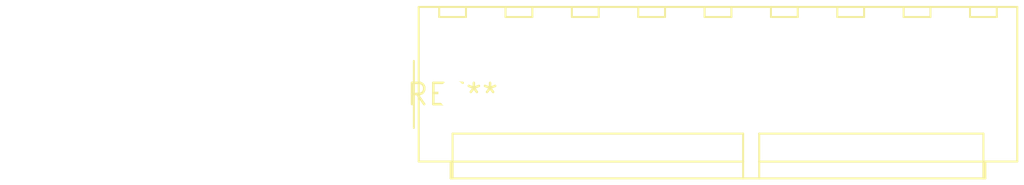
<source format=kicad_pcb>
(kicad_pcb (version 20240108) (generator pcbnew)
  (layers (0 "F.Cu" signal) (31 "B.Cu" signal) (34 "B.Paste" user) (35 "F.Paste" user) (36 "B.SilkS" user "B.Silkscreen") (37 "F.SilkS" user "F.Silkscreen") (38 "B.Mask" user) (39 "F.Mask" user) (44 "Edge.Cuts" user))
  (net 0 "")
  (footprint "Molex_KK-396_A-41791-0009_1x09_P3.96mm_Vertical" (layer "F.Cu") (at 0 0)
    (property "Reference" "REF**")
    (property "Value" "Molex_KK-396_A-41791-0009_1x09_P3.96mm_Vertical")
    (fp_line (start -2.31 -2) (end -2.31 2) (layer "F.SilkS") (stroke (width 0.12)))
    (fp_line (start -2.02 -5.22) (end 33.7 -5.22) (layer "F.SilkS") (stroke (width 0.12)))
    (fp_line (start -2.02 4.005) (end -2.02 -5.22) (layer "F.SilkS") (stroke (width 0.12)))
    (fp_line (start -0.8 -5.22) (end -0.8 -4.62) (layer "F.SilkS") (stroke (width 0.12)))
    (fp_line (start -0.8 -4.62) (end 0.8 -4.62) (layer "F.SilkS") (stroke (width 0.12)))
    (fp_line (start -0.115 4.005) (end -2.02 4.005) (layer "F.SilkS") (stroke (width 0.12)))
    (fp_line (start -0.115 5.01) (end -0.115 4.005) (layer "F.SilkS") (stroke (width 0.12)))
    (fp_line (start 0 2.34) (end 17.34 2.34) (layer "F.SilkS") (stroke (width 0.12)))
    (fp_line (start 0 4.01) (end 0 2.34) (layer "F.SilkS") (stroke (width 0.12)))
    (fp_line (start 0 4.01) (end 17.34 4.01) (layer "F.SilkS") (stroke (width 0.12)))
    (fp_line (start 0 5.01) (end 0 4.01) (layer "F.SilkS") (stroke (width 0.12)))
    (fp_line (start 0.8 -4.62) (end 0.8 -5.22) (layer "F.SilkS") (stroke (width 0.12)))
    (fp_line (start 3.16 -5.22) (end 3.16 -4.62) (layer "F.SilkS") (stroke (width 0.12)))
    (fp_line (start 3.16 -4.62) (end 4.76 -4.62) (layer "F.SilkS") (stroke (width 0.12)))
    (fp_line (start 4.76 -4.62) (end 4.76 -5.22) (layer "F.SilkS") (stroke (width 0.12)))
    (fp_line (start 7.12 -5.22) (end 7.12 -4.62) (layer "F.SilkS") (stroke (width 0.12)))
    (fp_line (start 7.12 -4.62) (end 8.72 -4.62) (layer "F.SilkS") (stroke (width 0.12)))
    (fp_line (start 8.72 -4.62) (end 8.72 -5.22) (layer "F.SilkS") (stroke (width 0.12)))
    (fp_line (start 11.08 -5.22) (end 11.08 -4.62) (layer "F.SilkS") (stroke (width 0.12)))
    (fp_line (start 11.08 -4.62) (end 12.68 -4.62) (layer "F.SilkS") (stroke (width 0.12)))
    (fp_line (start 12.68 -4.62) (end 12.68 -5.22) (layer "F.SilkS") (stroke (width 0.12)))
    (fp_line (start 15.04 -5.22) (end 15.04 -4.62) (layer "F.SilkS") (stroke (width 0.12)))
    (fp_line (start 15.04 -4.62) (end 16.64 -4.62) (layer "F.SilkS") (stroke (width 0.12)))
    (fp_line (start 16.64 -4.62) (end 16.64 -5.22) (layer "F.SilkS") (stroke (width 0.12)))
    (fp_line (start 17.34 2.34) (end 17.34 4.01) (layer "F.SilkS") (stroke (width 0.12)))
    (fp_line (start 17.34 4.01) (end 17.34 5.01) (layer "F.SilkS") (stroke (width 0.12)))
    (fp_line (start 18.3 2.34) (end 31.68 2.34) (layer "F.SilkS") (stroke (width 0.12)))
    (fp_line (start 18.3 4.01) (end 18.3 2.34) (layer "F.SilkS") (stroke (width 0.12)))
    (fp_line (start 18.3 4.01) (end 31.68 4.01) (layer "F.SilkS") (stroke (width 0.12)))
    (fp_line (start 18.3 5.01) (end 18.3 4.01) (layer "F.SilkS") (stroke (width 0.12)))
    (fp_line (start 19 -5.22) (end 19 -4.62) (layer "F.SilkS") (stroke (width 0.12)))
    (fp_line (start 19 -4.62) (end 20.6 -4.62) (layer "F.SilkS") (stroke (width 0.12)))
    (fp_line (start 20.6 -4.62) (end 20.6 -5.22) (layer "F.SilkS") (stroke (width 0.12)))
    (fp_line (start 22.96 -5.22) (end 22.96 -4.62) (layer "F.SilkS") (stroke (width 0.12)))
    (fp_line (start 22.96 -4.62) (end 24.56 -4.62) (layer "F.SilkS") (stroke (width 0.12)))
    (fp_line (start 24.56 -4.62) (end 24.56 -5.22) (layer "F.SilkS") (stroke (width 0.12)))
    (fp_line (start 26.92 -5.22) (end 26.92 -4.62) (layer "F.SilkS") (stroke (width 0.12)))
    (fp_line (start 26.92 -4.62) (end 28.52 -4.62) (layer "F.SilkS") (stroke (width 0.12)))
    (fp_line (start 28.52 -4.62) (end 28.52 -5.22) (layer "F.SilkS") (stroke (width 0.12)))
    (fp_line (start 30.88 -5.22) (end 30.88 -4.62) (layer "F.SilkS") (stroke (width 0.12)))
    (fp_line (start 30.88 -4.62) (end 32.48 -4.62) (layer "F.SilkS") (stroke (width 0.12)))
    (fp_line (start 31.68 2.34) (end 31.68 4.01) (layer "F.SilkS") (stroke (width 0.12)))
    (fp_line (start 31.68 4.01) (end 31.68 5.01) (layer "F.SilkS") (stroke (width 0.12)))
    (fp_line (start 31.795 4.005) (end 31.795 5.01) (layer "F.SilkS") (stroke (width 0.12)))
    (fp_line (start 31.795 5.01) (end -0.115 5.01) (layer "F.SilkS") (stroke (width 0.12)))
    (fp_line (start 32.48 -4.62) (end 32.48 -5.22) (layer "F.SilkS") (stroke (width 0.12)))
    (fp_line (start 33.7 -5.22) (end 33.7 4.005) (layer "F.SilkS") (stroke (width 0.12)))
    (fp_line (start 33.7 4.005) (end 31.795 4.005) (layer "F.SilkS") (stroke (width 0.12)))
    (pad "1" thru_hole roundrect (at 0 0) (size 3.16 4.1) (drill 1.7) (layers *.Cu *.Mask) (remove_unused_layers) (roundrect_rratio 0.079114))
    (pad "2" thru_hole oval (at 3.96 0) (size 3.16 4.1) (drill 1.7) (layers *.Cu *.Mask) (remove_unused_layers))
    (pad "3" thru_hole oval (at 7.92 0) (size 3.16 4.1) (drill 1.7) (layers *.Cu *.Mask) (remove_unused_layers))
    (pad "4" thru_hole oval (at 11.88 0) (size 3.16 4.1) (drill 1.7) (layers *.Cu *.Mask) (remove_unused_layers))
    (pad "5" thru_hole oval (at 15.84 0) (size 3.16 4.1) (drill 1.7) (layers *.Cu *.Mask) (remove_unused_layers))
    (pad "6" thru_hole oval (at 19.8 0) (size 3.16 4.1) (drill 1.7) (layers *.Cu *.Mask) (remove_unused_layers))
    (pad "7" thru_hole oval (at 23.76 0) (size 3.16 4.1) (drill 1.7) (layers *.Cu *.Mask) (remove_unused_layers))
    (pad "8" thru_hole oval (at 27.72 0) (size 3.16 4.1) (drill 1.7) (layers *.Cu *.Mask) (remove_unused_layers))
    (pad "9" thru_hole oval (at 31.68 0) (size 3.16 4.1) (drill 1.7) (layers *.Cu *.Mask) (remove_unused_layers))
  )
)
</source>
